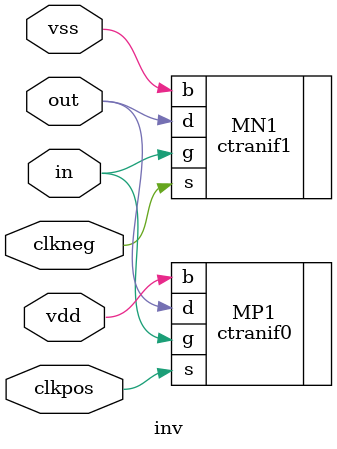
<source format=sv>
`timescale 1ns / 1ns 

module inv ( clkneg, clkpos, in, out, vdd, vss );

inout  clkneg, clkpos, in, out, vdd, vss;


specify 
    specparam CDS_LIBNAME  = "MIPS25";
    specparam CDS_CELLNAME = "inv";
    specparam CDS_VIEWNAME = "schematic";
endspecify

ctranif1  MN1 ( .b(vss), .d(out), .g(in), .s(clkneg));
ctranif0  MP1 ( .b(vdd), .s(clkpos), .g(in), .d(out));

endmodule

</source>
